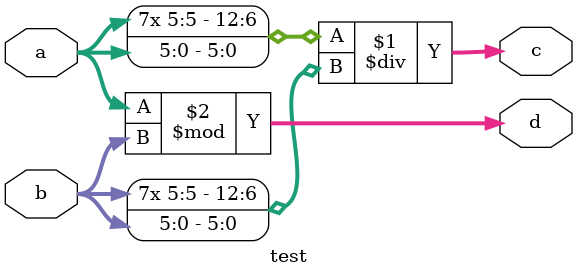
<source format=v>
`timescale 1ns / 1ps
module test(
    input [5:0] a,
    input [5:0] b,
    output[12:0]  c,
	 output[5:0] d
    );
	assign c=$signed(a)/$signed(b);
	assign d=$signed(a)%$signed(b);

endmodule

</source>
